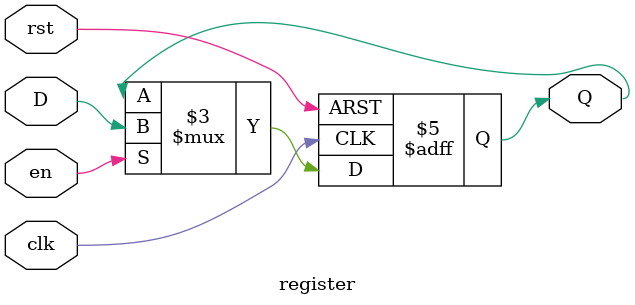
<source format=sv>
`timescale 1ns / 1ps


module register #( parameter N=1)
    (
    input clk, rst, en,
    input [N-1:0] D,
    output reg [N-1:0] Q
    );
    always@(posedge clk, posedge rst)
begin
    if(rst)
        Q <= 0;
    else
    begin
        if (en)
        Q <= D;
        else
        begin
            Q <= Q;
        end
    end
end
endmodule

</source>
